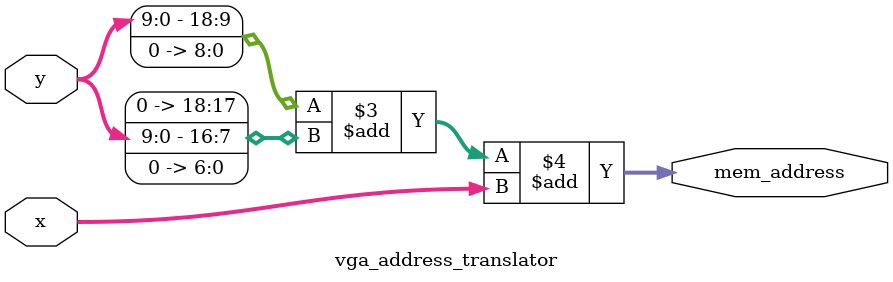
<source format=sv>
`timescale 1 ps / 1 ps

/* This module converts a user specified coordinates into a memory address.
 * The output of the module depends on the resolution set by the user.
 */
module vga_address_translator(x, y, mem_address);

	input logic [9:0] x;
	input logic [9:0] y;
	output logic [18:0] mem_address;

	/* The basic formula is address = y*WIDTH + x;
	 * For 320x240 resolution we can write 640 as (512 + 128). Memory address becomes
	 * (y*512) + (y*128) + x;
	 * This simplifies multiplication a simple shift and add operation.
	 * A leading 0 bit is added to each operand to ensure that they are treated as unsigned
	 * inputs. By default the use a '+' operator will generate a signed adder.
	 */

	// assign mem_address = ({1'b0, y, 9'd0} + {1'b0, y, 7'd0} + {1'b0, x});
	assign mem_address = (y << 9) + (y << 7) + x;

endmodule
</source>
